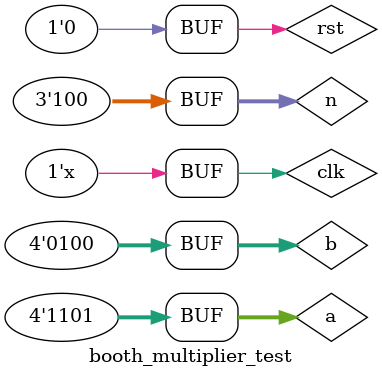
<source format=v>

 
 module booth_multiplier_test();
 
 reg [3:0]a,b;
 reg [2:0]n;
 reg rst,clk;
 wire [7:0]p;
 
 
 booth_multiplier test(
 .a(a),.b(b),.n(n),.rst(rst),.p(p),.clk(clk)
 );
 
 initial clk=0;
 always #5 clk=~clk;
 
 initial begin
 a = 4'b0010;
 b = 4'b1101;
 n =4;
 rst = 1;
 #10;
 rst = 0;


   #100;
 
 rst = 1;
  a = 4'b1101;
 b = 4'b0100;
 n =4;
 rst = 1;
 #10;
 rst = 0;
 
 
 
 end
 endmodule
 

</source>
